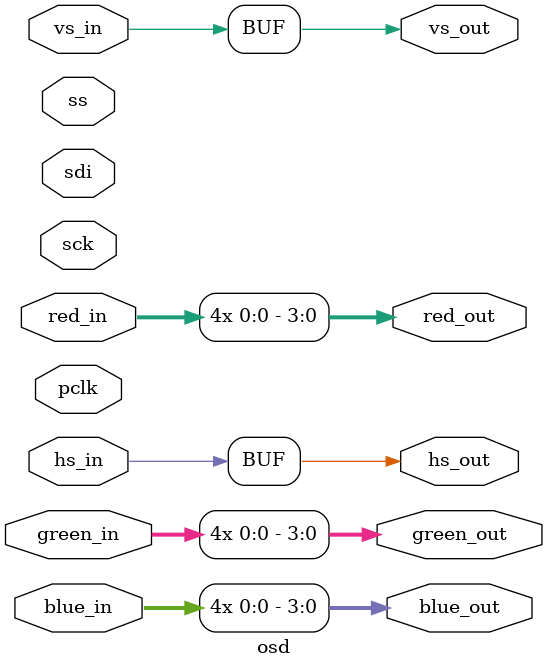
<source format=v>
`timescale 1ns / 1ps


// A simple OSD implementation. Can be hooked up between a cores
// VGA output and the physical VGA pins

module osd (

	// OSDs pixel clock, should be synchronous to cores pixel clock to
	// avoid jitter.
	input 			pclk,

	// SPI interface
	input         sck,
	input         ss,
	input         sdi,

	// VGA signals coming from core
	input 		  	red_in,
	input 		  	green_in,
	input 		  	blue_in,
	input				hs_in,
	input				vs_in,
	
	// VGA signals going to video connector
	output [3:0]  	red_out,
	output [3:0]  	green_out,
	output [3:0]  	blue_out,
	output			hs_out,
	output			vs_out
);

parameter OSD_X_OFFSET = 10'd0;
parameter OSD_Y_OFFSET = 10'd0;
parameter OSD_COLOR    = 3'd0;

assign red_out 	= {4{red_in}};
assign green_out 	= {4{green_in}};
assign blue_out 	= {4{blue_in}};
assign hs_out		= hs_in;
assign vs_out		= vs_in;

endmodule

</source>
